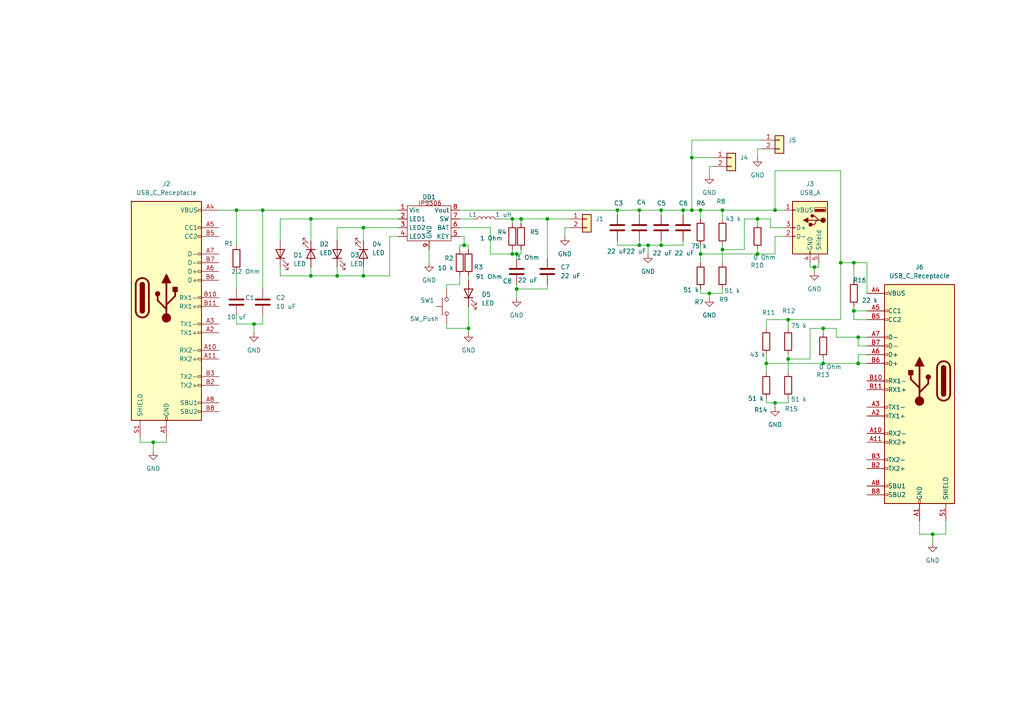
<source format=kicad_sch>
(kicad_sch (version 20231120) (generator "eeschema") (generator_version "8.0")
  (paper "A4")
  (lib_symbols
    (symbol "Club_symbol_lib:IP5306"
      (property "Reference" "DD" (at -2.032 7.62 0))
      (symbol "IP5306_0_1"
        (rectangle (start -6.35 5.08) (end 6.35 -5.08))
      )
      (symbol "IP5306_1_1"
        (text "IP5306" (at 0.254 5.842 0) (effects (font (size 1.27 1.27))))
        (pin power_in line (at -8.89 3.81 0) (length 2.54) (name "Vin") (number "1"))
        (pin output line (at -8.89 1.27 0) (length 2.54) (name "LED1") (number "2"))
        (pin output line (at -8.89 -1.27 0) (length 2.54) (name "LED2") (number "3"))
        (pin output line (at -8.89 -3.81 0) (length 2.54) (name "LED3") (number "4"))
        (pin input line (at 8.89 -3.81 180) (length 2.54) (name "KEY") (number "5"))
        (pin power_out line (at 8.89 -1.27 180) (length 2.54) (name "BAT") (number "6"))
        (pin power_out line (at 8.89 1.27 180) (length 2.54) (name "SW") (number "7"))
        (pin power_out line (at 8.89 3.81 180) (length 2.54) (name "Vout") (number "8"))
        (pin power_in line (at 0 -7.62 90) (length 2.54) (name "GND") (number "9"))
      )
    )
    (symbol "Connector:USB_A" (pin_names (offset 1.016))
      (property "Reference" "J" (at -5.08 11.43 0))
      (property "Value" "USB_A" (at -5.08 8.89 0))
      (symbol "USB_A_0_1"
        (rectangle (start -5.08 -7.62) (end 5.08 7.62) (stroke (width 0.254)) (fill (type background)))
        (circle (center -3.81 2.159) (radius 0.635) (stroke (width 0.254)) (fill (type outline)))
        (rectangle (start -1.524 4.826) (end -4.318 5.334) (fill (type outline)))
        (rectangle (start -1.27 4.572) (end -4.572 5.842))
        (circle (center -0.635 3.429) (radius 0.381) (stroke (width 0.254)) (fill (type outline)))
        (rectangle (start -0.127 -7.62) (end 0.127 -6.858))
        (polyline (pts (xy -3.175 2.159) (xy -2.54 2.159) (xy -1.27 3.429) (xy -0.635 3.429)) (stroke (width 0.254)))
        (polyline (pts (xy -2.54 2.159) (xy -1.905 2.159) (xy -1.27 0.889) (xy 0 0.889)) (stroke (width 0.254)))
        (polyline (pts (xy 0.635 2.794) (xy 0.635 1.524) (xy 1.905 2.159) (xy 0.635 2.794)) (stroke (width 0.254)) (fill (type outline)))
        (rectangle (start 0.254 1.27) (end -0.508 0.508) (stroke (width 0.254)) (fill (type outline)))
        (rectangle (start 5.08 -2.667) (end 4.318 -2.413))
        (rectangle (start 5.08 -0.127) (end 4.318 0.127))
        (rectangle (start 5.08 4.953) (end 4.318 5.207))
      )
      (symbol "USB_A_1_1"
        (polyline (pts (xy -1.905 2.159) (xy 0.635 2.159)) (stroke (width 0.254)))
        (pin power_in line (at 7.62 5.08 180) (length 2.54) (name "VBUS") (number "1"))
        (pin bidirectional line (at 7.62 -2.54 180) (length 2.54) (name "D-") (number "2"))
        (pin bidirectional line (at 7.62 0 180) (length 2.54) (name "D+") (number "3"))
        (pin power_in line (at 0 -10.16 90) (length 2.54) (name "GND") (number "4"))
        (pin passive line (at -2.54 -10.16 90) (length 2.54) (name "Shield") (number "5"))
      )
    )
    (symbol "Connector:USB_C_Receptacle" (pin_names (offset 1.016))
      (property "Reference" "J" (at -10.16 29.21 0))
      (property "Value" "USB_C_Receptacle" (at 10.16 29.21 0))
      (symbol "USB_C_Receptacle_0_0"
        (rectangle (start -0.254 -35.56) (end 0.254 -34.544))
        (rectangle (start 10.16 -32.766) (end 9.144 -33.274))
        (rectangle (start 10.16 -30.226) (end 9.144 -30.734))
        (rectangle (start 10.16 -25.146) (end 9.144 -25.654))
        (rectangle (start 10.16 -22.606) (end 9.144 -23.114))
        (rectangle (start 10.16 -17.526) (end 9.144 -18.034))
        (rectangle (start 10.16 -14.986) (end 9.144 -15.494))
        (rectangle (start 10.16 -9.906) (end 9.144 -10.414))
        (rectangle (start 10.16 -7.366) (end 9.144 -7.874))
        (rectangle (start 10.16 -2.286) (end 9.144 -2.794))
        (rectangle (start 10.16 0.254) (end 9.144 -0.254))
        (rectangle (start 10.16 5.334) (end 9.144 4.826))
        (rectangle (start 10.16 7.874) (end 9.144 7.366))
        (rectangle (start 10.16 10.414) (end 9.144 9.906))
        (rectangle (start 10.16 12.954) (end 9.144 12.446))
        (rectangle (start 10.16 18.034) (end 9.144 17.526))
        (rectangle (start 10.16 20.574) (end 9.144 20.066))
        (rectangle (start 10.16 25.654) (end 9.144 25.146))
      )
      (symbol "USB_C_Receptacle_0_1"
        (rectangle (start -10.16 27.94) (end 10.16 -35.56) (stroke (width 0.254)) (fill (type background)))
        (arc (start -8.89 -3.81) (mid -6.985 -5.7067) (end -5.08 -3.81) (stroke (width 0.508)))
        (arc (start -7.62 -3.81) (mid -6.985 -4.4423) (end -6.35 -3.81) (stroke (width 0.254)))
        (arc (start -7.62 -3.81) (mid -6.985 -4.4423) (end -6.35 -3.81) (stroke (width 0.254)) (fill (type outline)))
        (rectangle (start -7.62 -3.81) (end -6.35 3.81) (stroke (width 0.254)) (fill (type outline)))
        (arc (start -6.35 3.81) (mid -6.985 4.4423) (end -7.62 3.81) (stroke (width 0.254)))
        (arc (start -6.35 3.81) (mid -6.985 4.4423) (end -7.62 3.81) (stroke (width 0.254)) (fill (type outline)))
        (arc (start -5.08 3.81) (mid -6.985 5.7067) (end -8.89 3.81) (stroke (width 0.508)))
        (polyline (pts (xy -8.89 -3.81) (xy -8.89 3.81)) (stroke (width 0.508)))
        (polyline (pts (xy -5.08 3.81) (xy -5.08 -3.81)) (stroke (width 0.508)))
      )
      (symbol "USB_C_Receptacle_1_1"
        (circle (center -2.54 1.143) (radius 0.635) (stroke (width 0.254)) (fill (type outline)))
        (circle (center 0 -5.842) (radius 1.27) (fill (type outline)))
        (polyline (pts (xy 0 -5.842) (xy 0 4.318)) (stroke (width 0.508)))
        (polyline (pts (xy 0 -3.302) (xy -2.54 -0.762) (xy -2.54 0.508)) (stroke (width 0.508)))
        (polyline (pts (xy 0 -2.032) (xy 2.54 0.508) (xy 2.54 1.778)) (stroke (width 0.508)))
        (polyline (pts (xy -1.27 4.318) (xy 0 6.858) (xy 1.27 4.318) (xy -1.27 4.318)) (stroke (width 0.254)) (fill (type outline)))
        (rectangle (start 1.905 1.778) (end 3.175 3.048) (stroke (width 0.254)) (fill (type outline)))
        (pin passive line (at 0 -40.64 90) (length 5.08) (name "GND") (number "A1"))
        (pin bidirectional line (at 15.24 -15.24 180) (length 5.08) (name "RX2-") (number "A10"))
        (pin bidirectional line (at 15.24 -17.78 180) (length 5.08) (name "RX2+") (number "A11"))
        (pin passive line (at 0 -40.64 90) (length 5.08) hide (name "GND") (number "A12"))
        (pin bidirectional line (at 15.24 -10.16 180) (length 5.08) (name "TX1+") (number "A2"))
        (pin bidirectional line (at 15.24 -7.62 180) (length 5.08) (name "TX1-") (number "A3"))
        (pin passive line (at 15.24 25.4 180) (length 5.08) (name "VBUS") (number "A4"))
        (pin bidirectional line (at 15.24 20.32 180) (length 5.08) (name "CC1") (number "A5"))
        (pin bidirectional line (at 15.24 7.62 180) (length 5.08) (name "D+") (number "A6"))
        (pin bidirectional line (at 15.24 12.7 180) (length 5.08) (name "D-") (number "A7"))
        (pin bidirectional line (at 15.24 -30.48 180) (length 5.08) (name "SBU1") (number "A8"))
        (pin passive line (at 15.24 25.4 180) (length 5.08) hide (name "VBUS") (number "A9"))
        (pin passive line (at 0 -40.64 90) (length 5.08) hide (name "GND") (number "B1"))
        (pin bidirectional line (at 15.24 0 180) (length 5.08) (name "RX1-") (number "B10"))
        (pin bidirectional line (at 15.24 -2.54 180) (length 5.08) (name "RX1+") (number "B11"))
        (pin passive line (at 0 -40.64 90) (length 5.08) hide (name "GND") (number "B12"))
        (pin bidirectional line (at 15.24 -25.4 180) (length 5.08) (name "TX2+") (number "B2"))
        (pin bidirectional line (at 15.24 -22.86 180) (length 5.08) (name "TX2-") (number "B3"))
        (pin passive line (at 15.24 25.4 180) (length 5.08) hide (name "VBUS") (number "B4"))
        (pin bidirectional line (at 15.24 17.78 180) (length 5.08) (name "CC2") (number "B5"))
        (pin bidirectional line (at 15.24 5.08 180) (length 5.08) (name "D+") (number "B6"))
        (pin bidirectional line (at 15.24 10.16 180) (length 5.08) (name "D-") (number "B7"))
        (pin bidirectional line (at 15.24 -33.02 180) (length 5.08) (name "SBU2") (number "B8"))
        (pin passive line (at 15.24 25.4 180) (length 5.08) hide (name "VBUS") (number "B9"))
        (pin passive line (at -7.62 -40.64 90) (length 5.08) (name "SHIELD") (number "S1"))
      )
    )
    (symbol "Connector_Generic:Conn_01x02" (pin_names (offset 1.016) hide)
      (property "Reference" "J" (at 0 2.54 0))
      (property "Value" "Conn_01x02" (at 0 -5.08 0))
      (symbol "Conn_01x02_1_1"
        (rectangle (start -1.27 -2.413) (end 0 -2.667) (stroke (width 0.1524)))
        (rectangle (start -1.27 0.127) (end 0 -0.127) (stroke (width 0.1524)))
        (rectangle (start -1.27 1.27) (end 1.27 -3.81) (stroke (width 0.254)) (fill (type background)))
        (pin passive line (at -5.08 0 0) (length 3.81) (name "Pin_1") (number "1"))
        (pin passive line (at -5.08 -2.54 0) (length 3.81) (name "Pin_2") (number "2"))
      )
    )
    (symbol "Device:C" (pin_numbers hide) (pin_names (offset 0.254))
      (property "Reference" "C" (at 0.635 2.54 0))
      (property "Value" "C" (at 0.635 -2.54 0))
      (symbol "C_0_1"
        (polyline (pts (xy -2.032 -0.762) (xy 2.032 -0.762)) (stroke (width 0.508)))
        (polyline (pts (xy -2.032 0.762) (xy 2.032 0.762)) (stroke (width 0.508)))
      )
      (symbol "C_1_1"
        (pin passive line (at 0 3.81 270) (length 2.794) (name "~") (number "1"))
        (pin passive line (at 0 -3.81 90) (length 2.794) (name "~") (number "2"))
      )
    )
    (symbol "Device:L" (pin_numbers hide) (pin_names (offset 1.016) hide)
      (property "Reference" "L" (at -1.27 0 90))
      (property "Value" "L" (at 1.905 0 90))
      (symbol "L_0_1"
        (arc (start 0 -2.54) (mid 0.6323 -1.905) (end 0 -1.27))
        (arc (start 0 -1.27) (mid 0.6323 -0.635) (end 0 0))
        (arc (start 0 0) (mid 0.6323 0.635) (end 0 1.27))
        (arc (start 0 1.27) (mid 0.6323 1.905) (end 0 2.54))
      )
      (symbol "L_1_1"
        (pin passive line (at 0 3.81 270) (length 1.27) (name "1") (number "1"))
        (pin passive line (at 0 -3.81 90) (length 1.27) (name "2") (number "2"))
      )
    )
    (symbol "Device:LED" (pin_numbers hide) (pin_names (offset 1.016) hide)
      (property "Reference" "D" (at 0 2.54 0))
      (property "Value" "LED" (at 0 -2.54 0))
      (symbol "LED_0_1"
        (polyline (pts (xy -1.27 -1.27) (xy -1.27 1.27)) (stroke (width 0.254)))
        (polyline (pts (xy -1.27 0) (xy 1.27 0)))
        (polyline (pts (xy 1.27 -1.27) (xy 1.27 1.27) (xy -1.27 0) (xy 1.27 -1.27)) (stroke (width 0.254)))
        (polyline (pts (xy -3.048 -0.762) (xy -4.572 -2.286) (xy -3.81 -2.286) (xy -4.572 -2.286) (xy -4.572 -1.524)))
        (polyline (pts (xy -1.778 -0.762) (xy -3.302 -2.286) (xy -2.54 -2.286) (xy -3.302 -2.286) (xy -3.302 -1.524)))
      )
      (symbol "LED_1_1"
        (pin passive line (at -3.81 0 0) (length 2.54) (name "K") (number "1"))
        (pin passive line (at 3.81 0 180) (length 2.54) (name "A") (number "2"))
      )
    )
    (symbol "Device:R" (pin_numbers hide) (pin_names (offset 0))
      (property "Reference" "R" (at 2.032 0 90))
      (property "Value" "R" (at 0 0 90))
      (symbol "R_0_1"
        (rectangle (start -1.016 -2.54) (end 1.016 2.54) (stroke (width 0.254)))
      )
      (symbol "R_1_1"
        (pin passive line (at 0 3.81 270) (length 1.27) (name "~") (number "1"))
        (pin passive line (at 0 -3.81 90) (length 1.27) (name "~") (number "2"))
      )
    )
    (symbol "Switch:SW_Push" (pin_numbers hide) (pin_names (offset 1.016) hide)
      (property "Reference" "SW" (at 1.27 2.54 0))
      (property "Value" "SW_Push" (at 0 -1.524 0))
      (symbol "SW_Push_0_1"
        (circle (center -2.032 0) (radius 0.508))
        (polyline (pts (xy 0 1.27) (xy 0 3.048)))
        (polyline (pts (xy 2.54 1.27) (xy -2.54 1.27)))
        (circle (center 2.032 0) (radius 0.508))
        (pin passive line (at -5.08 0 0) (length 2.54) (name "1") (number "1"))
        (pin passive line (at 5.08 0 180) (length 2.54) (name "2") (number "2"))
      )
    )
    (symbol "power:GND" (power) (pin_numbers hide) (pin_names (offset 0) hide)
      (property "Value" "GND" (at 0 -3.81 0))
      (symbol "GND_0_1"
        (polyline (pts (xy 0 0) (xy 0 -1.27) (xy 1.27 -1.27) (xy 0 -2.54) (xy -1.27 -1.27) (xy 0 -1.27)))
      )
      (symbol "GND_1_1"
        (pin power_in line (at 0 0 270) (length 0) (name "~") (number "1"))
      )
    )
  )
  (junction (at 209.55 60.96))
  (junction (at 228.6 104.14))
  (junction (at 219.71 63.5))
  (junction (at 203.2 60.96))
  (junction (at 179.07 60.96))
  (junction (at 68.58 60.96))
  (junction (at 191.77 60.96))
  (junction (at 228.6 92.71))
  (junction (at 134.62 71.12))
  (junction (at 148.59 63.5))
  (junction (at 236.22 77.47))
  (junction (at 247.65 76.2))
  (junction (at 149.86 73.66))
  (junction (at 224.79 116.84))
  (junction (at 97.79 80.01))
  (junction (at 148.59 73.66))
  (junction (at 76.2 60.96))
  (junction (at 198.12 60.96))
  (junction (at 185.42 71.12))
  (junction (at 247.65 90.17))
  (junction (at 73.66 93.98))
  (junction (at 270.51 154.94))
  (junction (at 200.66 60.96))
  (junction (at 90.17 63.5))
  (junction (at 90.17 80.01))
  (junction (at 222.25 105.41))
  (junction (at 187.96 71.12))
  (junction (at 238.76 105.41))
  (junction (at 205.74 85.09))
  (junction (at 238.76 95.25))
  (junction (at 203.2 73.66))
  (junction (at 219.71 73.66))
  (junction (at 248.92 97.79))
  (junction (at 158.75 63.5))
  (junction (at 209.55 72.39))
  (junction (at 149.86 83.82))
  (junction (at 44.45 128.27))
  (junction (at 185.42 60.96))
  (junction (at 135.89 95.25))
  (junction (at 151.13 63.5))
  (junction (at 105.41 80.01))
  (junction (at 248.92 105.41))
  (junction (at 191.77 71.12))
  (junction (at 224.79 60.96))
  (junction (at 105.41 66.04))
  (junction (at 243.84 76.2))
  (junction (at 200.66 45.72))
  (wire (pts (xy 243.84 76.2) (xy 243.84 92.71)))
  (wire (pts (xy 205.74 85.09) (xy 203.2 85.09)))
  (wire (pts (xy 40.64 127) (xy 40.64 128.27)))
  (wire (pts (xy 151.13 72.39) (xy 151.13 73.66)))
  (wire (pts (xy 243.84 49.53) (xy 224.79 49.53)))
  (wire (pts (xy 81.28 80.01) (xy 90.17 80.01)))
  (wire (pts (xy 115.57 60.96) (xy 76.2 60.96)))
  (wire (pts (xy 251.46 97.79) (xy 248.92 97.79)))
  (wire (pts (xy 223.52 63.5) (xy 219.71 63.5)))
  (wire (pts (xy 179.07 69.85) (xy 179.07 71.12)))
  (wire (pts (xy 68.58 60.96) (xy 76.2 60.96)))
  (wire (pts (xy 191.77 71.12) (xy 198.12 71.12)))
  (wire (pts (xy 243.84 92.71) (xy 228.6 92.71)))
  (wire (pts (xy 215.9 63.5) (xy 219.71 63.5)))
  (wire (pts (xy 222.25 105.41) (xy 238.76 105.41)))
  (wire (pts (xy 242.57 97.79) (xy 242.57 95.25)))
  (wire (pts (xy 185.42 60.96) (xy 185.42 62.23)))
  (wire (pts (xy 81.28 63.5) (xy 81.28 69.85)))
  (wire (pts (xy 151.13 63.5) (xy 151.13 64.77)))
  (wire (pts (xy 44.45 128.27) (xy 48.26 128.27)))
  (wire (pts (xy 222.25 92.71) (xy 222.25 95.25)))
  (wire (pts (xy 266.7 154.94) (xy 270.51 154.94)))
  (wire (pts (xy 236.22 77.47) (xy 237.49 77.47)))
  (wire (pts (xy 105.41 66.04) (xy 105.41 69.85)))
  (wire (pts (xy 247.65 76.2) (xy 251.46 76.2)))
  (wire (pts (xy 242.57 95.25) (xy 238.76 95.25)))
  (wire (pts (xy 115.57 63.5) (xy 90.17 63.5)))
  (wire (pts (xy 219.71 72.39) (xy 219.71 73.66)))
  (wire (pts (xy 209.55 72.39) (xy 209.55 76.2)))
  (wire (pts (xy 76.2 83.82) (xy 76.2 60.96)))
  (wire (pts (xy 205.74 85.09) (xy 209.55 85.09)))
  (wire (pts (xy 90.17 63.5) (xy 81.28 63.5)))
  (wire (pts (xy 187.96 71.12) (xy 191.77 71.12)))
  (wire (pts (xy 203.2 60.96) (xy 203.2 63.5)))
  (wire (pts (xy 129.54 83.82) (xy 129.54 82.55)))
  (wire (pts (xy 68.58 78.74) (xy 68.58 83.82)))
  (wire (pts (xy 148.59 64.77) (xy 148.59 63.5)))
  (wire (pts (xy 179.07 71.12) (xy 185.42 71.12)))
  (wire (pts (xy 203.2 73.66) (xy 203.2 76.2)))
  (wire (pts (xy 203.2 71.12) (xy 203.2 73.66)))
  (wire (pts (xy 200.66 45.72) (xy 207.01 45.72)))
  (wire (pts (xy 185.42 60.96) (xy 191.77 60.96)))
  (wire (pts (xy 144.78 63.5) (xy 148.59 63.5)))
  (wire (pts (xy 224.79 60.96) (xy 209.55 60.96)))
  (wire (pts (xy 200.66 60.96) (xy 203.2 60.96)))
  (wire (pts (xy 149.86 83.82) (xy 149.86 86.36)))
  (wire (pts (xy 158.75 74.93) (xy 158.75 63.5)))
  (wire (pts (xy 205.74 48.26) (xy 205.74 50.8)))
  (wire (pts (xy 209.55 60.96) (xy 203.2 60.96)))
  (wire (pts (xy 205.74 86.36) (xy 205.74 85.09)))
  (wire (pts (xy 251.46 76.2) (xy 251.46 85.09)))
  (wire (pts (xy 248.92 102.87) (xy 248.92 105.41)))
  (wire (pts (xy 187.96 71.12) (xy 187.96 73.66)))
  (wire (pts (xy 133.35 66.04) (xy 142.24 66.04)))
  (wire (pts (xy 73.66 93.98) (xy 76.2 93.98)))
  (wire (pts (xy 251.46 102.87) (xy 248.92 102.87)))
  (wire (pts (xy 134.62 71.12) (xy 135.89 71.12)))
  (wire (pts (xy 198.12 60.96) (xy 198.12 62.23)))
  (wire (pts (xy 248.92 100.33) (xy 251.46 100.33)))
  (wire (pts (xy 215.9 72.39) (xy 215.9 63.5)))
  (wire (pts (xy 270.51 154.94) (xy 270.51 157.48)))
  (wire (pts (xy 105.41 66.04) (xy 115.57 66.04)))
  (wire (pts (xy 124.46 72.39) (xy 124.46 76.2)))
  (wire (pts (xy 81.28 77.47) (xy 81.28 80.01)))
  (wire (pts (xy 97.79 77.47) (xy 97.79 80.01)))
  (wire (pts (xy 135.89 95.25) (xy 135.89 96.52)))
  (wire (pts (xy 247.65 92.71) (xy 251.46 92.71)))
  (wire (pts (xy 68.58 60.96) (xy 68.58 71.12)))
  (wire (pts (xy 227.33 66.04) (xy 223.52 66.04)))
  (wire (pts (xy 237.49 76.2) (xy 237.49 77.47)))
  (wire (pts (xy 242.57 97.79) (xy 248.92 97.79)))
  (wire (pts (xy 185.42 69.85) (xy 185.42 71.12)))
  (wire (pts (xy 234.95 104.14) (xy 234.95 95.25)))
  (wire (pts (xy 191.77 60.96) (xy 191.77 62.23)))
  (wire (pts (xy 148.59 63.5) (xy 151.13 63.5)))
  (wire (pts (xy 222.25 105.41) (xy 222.25 107.95)))
  (wire (pts (xy 90.17 77.47) (xy 90.17 80.01)))
  (wire (pts (xy 234.95 76.2) (xy 234.95 77.47)))
  (wire (pts (xy 224.79 49.53) (xy 224.79 60.96)))
  (wire (pts (xy 203.2 85.09) (xy 203.2 83.82)))
  (wire (pts (xy 48.26 127) (xy 48.26 128.27)))
  (wire (pts (xy 274.32 154.94) (xy 270.51 154.94)))
  (wire (pts (xy 200.66 40.64) (xy 200.66 45.72)))
  (wire (pts (xy 198.12 71.12) (xy 198.12 69.85)))
  (wire (pts (xy 274.32 151.13) (xy 274.32 154.94)))
  (wire (pts (xy 224.79 116.84) (xy 222.25 116.84)))
  (wire (pts (xy 220.98 43.18) (xy 219.71 43.18)))
  (wire (pts (xy 203.2 73.66) (xy 219.71 73.66)))
  (wire (pts (xy 97.79 69.85) (xy 97.79 66.04)))
  (wire (pts (xy 149.86 83.82) (xy 158.75 83.82)))
  (wire (pts (xy 222.25 102.87) (xy 222.25 105.41)))
  (wire (pts (xy 209.55 60.96) (xy 209.55 63.5)))
  (wire (pts (xy 179.07 60.96) (xy 179.07 62.23)))
  (wire (pts (xy 228.6 92.71) (xy 222.25 92.71)))
  (wire (pts (xy 135.89 80.01) (xy 135.89 81.28)))
  (wire (pts (xy 228.6 104.14) (xy 228.6 107.95)))
  (wire (pts (xy 163.83 66.04) (xy 163.83 68.58)))
  (wire (pts (xy 73.66 93.98) (xy 68.58 93.98)))
  (wire (pts (xy 133.35 72.39) (xy 133.35 71.12)))
  (wire (pts (xy 236.22 77.47) (xy 236.22 78.74)))
  (wire (pts (xy 68.58 91.44) (xy 68.58 93.98)))
  (wire (pts (xy 105.41 80.01) (xy 113.03 80.01)))
  (wire (pts (xy 247.65 90.17) (xy 247.65 92.71)))
  (wire (pts (xy 40.64 128.27) (xy 44.45 128.27)))
  (wire (pts (xy 149.86 82.55) (xy 149.86 83.82)))
  (wire (pts (xy 191.77 69.85) (xy 191.77 71.12)))
  (wire (pts (xy 44.45 128.27) (xy 44.45 130.81)))
  (wire (pts (xy 76.2 91.44) (xy 76.2 93.98)))
  (wire (pts (xy 97.79 66.04) (xy 105.41 66.04)))
  (wire (pts (xy 200.66 40.64) (xy 220.98 40.64)))
  (wire (pts (xy 129.54 95.25) (xy 135.89 95.25)))
  (wire (pts (xy 224.79 116.84) (xy 228.6 116.84)))
  (wire (pts (xy 158.75 63.5) (xy 165.1 63.5)))
  (wire (pts (xy 207.01 48.26) (xy 205.74 48.26)))
  (wire (pts (xy 133.35 60.96) (xy 179.07 60.96)))
  (wire (pts (xy 105.41 77.47) (xy 105.41 80.01)))
  (wire (pts (xy 209.55 83.82) (xy 209.55 85.09)))
  (wire (pts (xy 142.24 66.04) (xy 142.24 73.66)))
  (wire (pts (xy 243.84 76.2) (xy 243.84 49.53)))
  (wire (pts (xy 248.92 105.41) (xy 251.46 105.41)))
  (wire (pts (xy 129.54 93.98) (xy 129.54 95.25)))
  (wire (pts (xy 223.52 66.04) (xy 223.52 63.5)))
  (wire (pts (xy 135.89 88.9) (xy 135.89 95.25)))
  (wire (pts (xy 234.95 77.47) (xy 236.22 77.47)))
  (wire (pts (xy 133.35 68.58) (xy 134.62 68.58)))
  (wire (pts (xy 228.6 115.57) (xy 228.6 116.84)))
  (wire (pts (xy 113.03 68.58) (xy 115.57 68.58)))
  (wire (pts (xy 219.71 43.18) (xy 219.71 45.72)))
  (wire (pts (xy 179.07 60.96) (xy 185.42 60.96)))
  (wire (pts (xy 158.75 63.5) (xy 151.13 63.5)))
  (wire (pts (xy 247.65 81.28) (xy 247.65 76.2)))
  (wire (pts (xy 209.55 72.39) (xy 215.9 72.39)))
  (wire (pts (xy 209.55 71.12) (xy 209.55 72.39)))
  (wire (pts (xy 149.86 74.93) (xy 149.86 73.66)))
  (wire (pts (xy 228.6 104.14) (xy 234.95 104.14)))
  (wire (pts (xy 238.76 105.41) (xy 248.92 105.41)))
  (wire (pts (xy 191.77 60.96) (xy 198.12 60.96)))
  (wire (pts (xy 185.42 71.12) (xy 187.96 71.12)))
  (wire (pts (xy 142.24 73.66) (xy 148.59 73.66)))
  (wire (pts (xy 238.76 95.25) (xy 238.76 96.52)))
  (wire (pts (xy 133.35 63.5) (xy 137.16 63.5)))
  (wire (pts (xy 129.54 82.55) (xy 133.35 82.55)))
  (wire (pts (xy 198.12 60.96) (xy 200.66 60.96)))
  (wire (pts (xy 73.66 93.98) (xy 73.66 96.52)))
  (wire (pts (xy 134.62 68.58) (xy 134.62 71.12)))
  (wire (pts (xy 224.79 118.11) (xy 224.79 116.84)))
  (wire (pts (xy 234.95 95.25) (xy 238.76 95.25)))
  (wire (pts (xy 90.17 80.01) (xy 97.79 80.01)))
  (wire (pts (xy 266.7 151.13) (xy 266.7 154.94)))
  (wire (pts (xy 227.33 68.58) (xy 224.79 68.58)))
  (wire (pts (xy 133.35 82.55) (xy 133.35 80.01)))
  (wire (pts (xy 227.33 60.96) (xy 224.79 60.96)))
  (wire (pts (xy 224.79 73.66) (xy 219.71 73.66)))
  (wire (pts (xy 247.65 90.17) (xy 251.46 90.17)))
  (wire (pts (xy 200.66 45.72) (xy 200.66 60.96)))
  (wire (pts (xy 148.59 72.39) (xy 148.59 73.66)))
  (wire (pts (xy 148.59 73.66) (xy 149.86 73.66)))
  (wire (pts (xy 165.1 66.04) (xy 163.83 66.04)))
  (wire (pts (xy 113.03 80.01) (xy 113.03 68.58)))
  (wire (pts (xy 97.79 80.01) (xy 105.41 80.01)))
  (wire (pts (xy 158.75 82.55) (xy 158.75 83.82)))
  (wire (pts (xy 228.6 102.87) (xy 228.6 104.14)))
  (wire (pts (xy 243.84 76.2) (xy 247.65 76.2)))
  (wire (pts (xy 247.65 88.9) (xy 247.65 90.17)))
  (wire (pts (xy 219.71 63.5) (xy 219.71 64.77)))
  (wire (pts (xy 222.25 116.84) (xy 222.25 115.57)))
  (wire (pts (xy 248.92 97.79) (xy 248.92 100.33)))
  (wire (pts (xy 133.35 71.12) (xy 134.62 71.12)))
  (wire (pts (xy 228.6 92.71) (xy 228.6 95.25)))
  (wire (pts (xy 149.86 73.66) (xy 151.13 73.66)))
  (wire (pts (xy 63.5 60.96) (xy 68.58 60.96)))
  (wire (pts (xy 238.76 104.14) (xy 238.76 105.41)))
  (wire (pts (xy 135.89 71.12) (xy 135.89 72.39)))
  (wire (pts (xy 224.79 68.58) (xy 224.79 73.66)))
  (wire (pts (xy 90.17 63.5) (xy 90.17 69.85)))
  (symbol (lib_id "power:GND") (at 163.83 68.58 0) (unit 1)
    (property "Reference" "#PWR05" (effects (hide yes)))
    (property "Value" "GND" (at 163.83 73.66 0))
    (property "Description" "Power symbol creates a global label with name \"GND\" , ground" (effects (hide yes)))
  )
  (symbol (lib_id "Device:R") (at 209.55 80.01 0) (unit 1)
    (property "Reference" "R9" (at 208.534 86.868 0) (effects (justify left)))
    (property "Value" "51 k" (at 210.058 84.328 0) (effects (justify left)))
    (property "Footprint" "Resistor_SMD:R_0603_1608Metric_Pad0.98x0.95mm_HandSolder" (effects (hide yes)))
    (property "Description" "Resistor" (effects (hide yes)))
  )
  (symbol (lib_id "power:GND") (at 73.66 96.52 0) (unit 1)
    (property "Reference" "#PWR02" (effects (hide yes)))
    (property "Value" "GND" (at 73.66 101.6 0))
    (property "Description" "Power symbol creates a global label with name \"GND\" , ground" (effects (hide yes)))
  )
  (symbol (lib_id "Device:C") (at 191.77 66.04 0) (unit 1)
    (property "Reference" "C5" (at 190.5 58.928 0) (effects (justify left)))
    (property "Value" "22 uF" (at 189.23 73.406 0) (effects (justify left)))
    (property "Footprint" "Capacitor_SMD:C_1206_3216Metric_Pad1.33x1.80mm_HandSolder" (effects (hide yes)))
    (property "Description" "Unpolarized capacitor" (effects (hide yes)))
  )
  (symbol (lib_id "power:GND") (at 187.96 73.66 0) (unit 1)
    (property "Reference" "#PWR09" (effects (hide yes)))
    (property "Value" "GND" (at 187.96 78.74 0))
    (property "Description" "Power symbol creates a global label with name \"GND\" , ground" (effects (hide yes)))
  )
  (symbol (lib_id "power:GND") (at 124.46 76.2 0) (unit 1)
    (property "Reference" "#PWR01" (effects (hide yes)))
    (property "Value" "GND" (at 124.46 81.28 0))
    (property "Description" "Power symbol creates a global label with name \"GND\" , ground" (effects (hide yes)))
  )
  (symbol (lib_id "Switch:SW_Push") (at 129.54 88.9 90) (unit 1)
    (property "Reference" "SW1" (at 121.92 87.122 90) (effects (justify right)))
    (property "Value" "SW_Push" (at 118.872 92.456 90) (effects (justify right)))
    (property "Footprint" "Button_Switch_THT:SW_PUSH_6mm_H13mm" (effects (hide yes)))
    (property "Description" "Push button switch, generic, two pins" (effects (hide yes)))
  )
  (symbol (lib_id "Device:R") (at 247.65 85.09 0) (unit 1)
    (property "Reference" "R16" (at 247.396 81.28 0) (effects (justify left)))
    (property "Value" "22 k" (at 249.936 87.122 0) (effects (justify left)))
    (property "Footprint" "Resistor_SMD:R_0603_1608Metric_Pad0.98x0.95mm_HandSolder" (effects (hide yes)))
    (property "Description" "Resistor" (effects (hide yes)))
  )
  (symbol (lib_id "Device:R") (at 203.2 67.31 0) (unit 1)
    (property "Reference" "R6" (at 201.93 58.928 0) (effects (justify left)))
    (property "Value" "75 k" (at 200.406 71.374 0) (effects (justify left)))
    (property "Footprint" "Resistor_SMD:R_0603_1608Metric_Pad0.98x0.95mm_HandSolder" (effects (hide yes)))
    (property "Description" "Resistor" (effects (hide yes)))
  )
  (symbol (lib_id "Device:R") (at 219.71 68.58 0) (unit 1)
    (property "Reference" "R10" (at 217.678 76.962 0) (effects (justify left)))
    (property "Value" "0 Ohm" (at 218.44 74.676 0) (effects (justify left)))
    (property "Footprint" "Resistor_SMD:R_0603_1608Metric_Pad0.98x0.95mm_HandSolder" (effects (hide yes)))
    (property "Description" "Resistor" (effects (hide yes)))
  )
  (symbol (lib_id "Device:R") (at 209.55 67.31 0) (unit 1)
    (property "Reference" "R8" (at 207.772 58.42 0) (effects (justify left)))
    (property "Value" "43 k" (at 210.312 63.5 0) (effects (justify left)))
    (property "Footprint" "Resistor_SMD:R_0603_1608Metric_Pad0.98x0.95mm_HandSolder" (effects (hide yes)))
    (property "Description" "Resistor" (effects (hide yes)))
  )
  (symbol (lib_id "Device:LED") (at 105.41 73.66 270) (unit 1)
    (property "Reference" "D4" (at 107.95 70.8024 90) (effects (justify left)))
    (property "Value" "LED" (at 107.95 73.3424 90) (effects (justify left)))
    (property "Footprint" "LED_SMD:LED_0603_1608Metric_Pad1.05x0.95mm_HandSolder" (effects (hide yes)))
    (property "Description" "Light emitting diode" (effects (hide yes)))
  )
  (symbol (lib_id "Device:C") (at 179.07 66.04 0) (unit 1)
    (property "Reference" "C3" (at 178.054 58.928 0) (effects (justify left)))
    (property "Value" "22 uF" (at 176.022 72.898 0) (effects (justify left)))
    (property "Footprint" "Capacitor_SMD:C_1206_3216Metric_Pad1.33x1.80mm_HandSolder" (effects (hide yes)))
    (property "Description" "Unpolarized capacitor" (effects (hide yes)))
  )
  (symbol (lib_id "Device:C") (at 76.2 87.63 0) (unit 1)
    (property "Reference" "C2" (at 80.01 86.3599 0) (effects (justify left)))
    (property "Value" "10 uF" (at 80.01 88.8999 0) (effects (justify left)))
    (property "Footprint" "Capacitor_SMD:C_1206_3216Metric_Pad1.33x1.80mm_HandSolder" (effects (hide yes)))
    (property "Description" "Unpolarized capacitor" (effects (hide yes)))
  )
  (symbol (lib_id "power:GND") (at 270.51 157.48 0) (mirror y) (unit 1)
    (property "Reference" "#PWR012" (effects (hide yes)))
    (property "Value" "GND" (at 270.51 162.56 0))
    (property "Description" "Power symbol creates a global label with name \"GND\" , ground" (effects (hide yes)))
  )
  (symbol (lib_id "Connector:USB_C_Receptacle") (at 48.26 86.36 0) (unit 1)
    (property "Reference" "J2" (at 48.26 53.34 0))
    (property "Value" "USB_C_Receptacle" (at 48.26 55.88 0))
    (property "Footprint" "Connector_USB:USB_C_Receptacle_JAE_DX07S024WJ3R400" (effects (hide yes)))
    (property "Datasheet" "https://www.usb.org/sites/default/files/documents/usb_type-c.zip" (effects (hide yes)))
    (property "Description" "USB Full-Featured Type-C Receptacle connector" (effects (hide yes)))
  )
  (symbol (lib_id "Device:R") (at 135.89 76.2 0) (unit 1)
    (property "Reference" "R3" (at 137.414 77.47 0) (effects (justify left)))
    (property "Value" "91 Ohm" (at 137.922 80.264 0) (effects (justify left)))
    (property "Footprint" "Resistor_SMD:R_0603_1608Metric_Pad0.98x0.95mm_HandSolder" (effects (hide yes)))
    (property "Description" "Resistor" (effects (hide yes)))
  )
  (symbol (lib_id "Club_symbol_lib:IP5306") (at 124.46 64.77 0) (unit 1)
    (property "Reference" "DD1" (at 124.46 57.15 0))
    (property "Value" "~" (at 124.46 58.42 0))
    (property "Footprint" "Package_SO:SOIC-8-1EP_3.9x4.9mm_P1.27mm_EP2.95x4.9mm_Mask2.71x3.4mm_ThermalVias" (effects (hide yes)))
  )
  (symbol (lib_id "Device:R") (at 222.25 111.76 0) (unit 1)
    (property "Reference" "R14" (at 218.694 118.872 0) (effects (justify left)))
    (property "Value" "51 k" (at 216.916 115.57 0) (effects (justify left)))
    (property "Footprint" "Resistor_SMD:R_0603_1608Metric_Pad0.98x0.95mm_HandSolder" (effects (hide yes)))
    (property "Description" "Resistor" (effects (hide yes)))
  )
  (symbol (lib_id "Device:R") (at 68.58 74.93 0) (unit 1)
    (property "Reference" "R1" (at 65.024 70.612 0) (effects (justify left)))
    (property "Value" "2.2 Ohm" (at 67.056 78.74 0) (effects (justify left)))
    (property "Footprint" "Resistor_SMD:R_0603_1608Metric_Pad0.98x0.95mm_HandSolder" (effects (hide yes)))
    (property "Description" "Resistor" (effects (hide yes)))
  )
  (symbol (lib_id "Connector_Generic:Conn_01x02") (at 212.09 45.72 0) (unit 1)
    (property "Reference" "J4" (at 214.63 45.7199 0) (effects (justify left)))
    (property "Value" "Conn_01x02" (effects (hide yes)))
    (property "Footprint" "Connector_JST:JST_XH_B2B-XH-A_1x02_P2.50mm_Vertical" (effects (hide yes)))
    (property "Description" "Generic connector, single row, 01x02, script generated (kicad-library-utils/schlib/autogen/connector/)" (effects (hide yes)))
  )
  (symbol (lib_id "power:GND") (at 149.86 86.36 0) (unit 1)
    (property "Reference" "#PWR03" (effects (hide yes)))
    (property "Value" "GND" (at 149.86 91.44 0))
    (property "Description" "Power symbol creates a global label with name \"GND\" , ground" (effects (hide yes)))
  )
  (symbol (lib_id "power:GND") (at 205.74 86.36 0) (unit 1)
    (property "Reference" "#PWR08" (effects (hide yes)))
    (property "Value" "GND" (at 205.74 91.44 0))
    (property "Description" "Power symbol creates a global label with name \"GND\" , ground" (effects (hide yes)))
  )
  (symbol (lib_id "power:GND") (at 205.74 50.8 0) (unit 1)
    (property "Reference" "#PWR010" (effects (hide yes)))
    (property "Value" "GND" (at 205.74 55.88 0))
    (property "Description" "Power symbol creates a global label with name \"GND\" , ground" (effects (hide yes)))
  )
  (symbol (lib_id "Device:R") (at 228.6 111.76 0) (unit 1)
    (property "Reference" "R15" (at 227.584 118.618 0) (effects (justify left)))
    (property "Value" "51 k" (at 229.362 115.824 0) (effects (justify left)))
    (property "Footprint" "Resistor_SMD:R_0603_1608Metric_Pad0.98x0.95mm_HandSolder" (effects (hide yes)))
    (property "Description" "Resistor" (effects (hide yes)))
  )
  (symbol (lib_id "Connector:USB_A") (at 234.95 66.04 0) (mirror y) (unit 1)
    (property "Reference" "J3" (at 234.95 53.34 0))
    (property "Value" "USB_A" (at 234.95 55.88 0))
    (property "Footprint" "Connector_USB:USB_A_CONNFLY_DS1095-WNR0" (effects (hide yes)))
    (property "Description" "USB Type A connector" (effects (hide yes)))
  )
  (symbol (lib_id "Device:C") (at 149.86 78.74 0) (unit 1)
    (property "Reference" "C8" (at 145.796 81.534 0) (effects (justify left)))
    (property "Value" "22 uF" (at 150.114 81.28 0) (effects (justify left)))
    (property "Footprint" "Capacitor_SMD:C_1206_3216Metric_Pad1.33x1.80mm_HandSolder" (effects (hide yes)))
    (property "Description" "Unpolarized capacitor" (effects (hide yes)))
  )
  (symbol (lib_id "Device:LED") (at 97.79 73.66 90) (unit 1)
    (property "Reference" "D3" (at 101.6 73.9774 90) (effects (justify right)))
    (property "Value" "LED" (at 101.6 76.5174 90) (effects (justify right)))
    (property "Footprint" "LED_SMD:LED_0603_1608Metric_Pad1.05x0.95mm_HandSolder" (effects (hide yes)))
    (property "Description" "Light emitting diode" (effects (hide yes)))
  )
  (symbol (lib_id "Connector:USB_C_Receptacle") (at 266.7 110.49 0) (mirror y) (unit 1)
    (property "Reference" "J6" (at 266.7 77.47 0))
    (property "Value" "USB_C_Receptacle" (at 266.7 80.01 0))
    (property "Footprint" "Connector_USB:USB_C_Receptacle_JAE_DX07S024WJ3R400" (effects (hide yes)))
    (property "Datasheet" "https://www.usb.org/sites/default/files/documents/usb_type-c.zip" (effects (hide yes)))
    (property "Description" "USB Full-Featured Type-C Receptacle connector" (effects (hide yes)))
  )
  (symbol (lib_id "Device:L") (at 140.97 63.5 90) (unit 1)
    (property "Reference" "L1" (at 137.16 62.23 90))
    (property "Value" "1 uH" (at 146.05 62.23 90))
    (property "Footprint" "Inductor_SMD:L_6.3x6.3_H3" (effects (hide yes)))
    (property "Description" "CSAB0420-1R0M" (effects (hide yes)))
  )
  (symbol (lib_id "Device:C") (at 198.12 66.04 0) (unit 1)
    (property "Reference" "C6" (at 196.85 58.928 0) (effects (justify left)))
    (property "Value" "22 uF" (at 195.58 73.406 0) (effects (justify left)))
    (property "Footprint" "Capacitor_SMD:C_1206_3216Metric_Pad1.33x1.80mm_HandSolder" (effects (hide yes)))
    (property "Description" "Unpolarized capacitor" (effects (hide yes)))
  )
  (symbol (lib_id "Device:R") (at 228.6 99.06 0) (unit 1)
    (property "Reference" "R12" (at 226.822 90.17 0) (effects (justify left)))
    (property "Value" "75 k" (at 229.362 94.488 0) (effects (justify left)))
    (property "Footprint" "Resistor_SMD:R_0603_1608Metric_Pad0.98x0.95mm_HandSolder" (effects (hide yes)))
    (property "Description" "Resistor" (effects (hide yes)))
  )
  (symbol (lib_id "power:GND") (at 224.79 118.11 0) (unit 1)
    (property "Reference" "#PWR013" (effects (hide yes)))
    (property "Value" "GND" (at 224.79 123.19 0))
    (property "Description" "Power symbol creates a global label with name \"GND\" , ground" (effects (hide yes)))
  )
  (symbol (lib_id "power:GND") (at 219.71 45.72 0) (unit 1)
    (property "Reference" "#PWR011" (effects (hide yes)))
    (property "Value" "GND" (at 219.71 50.8 0))
    (property "Description" "Power symbol creates a global label with name \"GND\" , ground" (effects (hide yes)))
  )
  (symbol (lib_id "Device:LED") (at 90.17 73.66 270) (unit 1)
    (property "Reference" "D2" (at 92.71 70.8024 90) (effects (justify left)))
    (property "Value" "LED" (at 92.71 73.3424 90) (effects (justify left)))
    (property "Footprint" "LED_SMD:LED_0603_1608Metric_Pad1.05x0.95mm_HandSolder" (effects (hide yes)))
    (property "Description" "Light emitting diode" (effects (hide yes)))
  )
  (symbol (lib_id "Device:C") (at 185.42 66.04 0) (unit 1)
    (property "Reference" "C4" (at 184.658 58.674 0) (effects (justify left)))
    (property "Value" "22 uF" (at 181.61 72.898 0) (effects (justify left)))
    (property "Footprint" "Capacitor_SMD:C_1206_3216Metric_Pad1.33x1.80mm_HandSolder" (effects (hide yes)))
    (property "Description" "Unpolarized capacitor" (effects (hide yes)))
  )
  (symbol (lib_id "Device:R") (at 133.35 76.2 0) (mirror y) (unit 1)
    (property "Reference" "R2" (at 131.572 74.93 0) (effects (justify left)))
    (property "Value" "10 k" (at 131.572 77.724 0) (effects (justify left)))
    (property "Footprint" "Resistor_SMD:R_0603_1608Metric_Pad0.98x0.95mm_HandSolder" (effects (hide yes)))
    (property "Description" "Resistor" (effects (hide yes)))
  )
  (symbol (lib_id "Device:LED") (at 135.89 85.09 90) (unit 1)
    (property "Reference" "D5" (at 139.7 85.4074 90) (effects (justify right)))
    (property "Value" "LED" (at 139.7 87.9474 90) (effects (justify right)))
    (property "Footprint" "LED_THT:LED_D5.0mm" (effects (hide yes)))
    (property "Description" "Light emitting diode" (effects (hide yes)))
  )
  (symbol (lib_id "Device:R") (at 222.25 99.06 0) (unit 1)
    (property "Reference" "R11" (at 220.98 90.678 0) (effects (justify left)))
    (property "Value" "43 k" (at 217.424 102.87 0) (effects (justify left)))
    (property "Footprint" "Resistor_SMD:R_0603_1608Metric_Pad0.98x0.95mm_HandSolder" (effects (hide yes)))
    (property "Description" "Resistor" (effects (hide yes)))
  )
  (symbol (lib_id "Device:C") (at 158.75 78.74 0) (unit 1)
    (property "Reference" "C7" (at 162.56 77.4699 0) (effects (justify left)))
    (property "Value" "22 uF" (at 162.56 80.0099 0) (effects (justify left)))
    (property "Footprint" "Capacitor_SMD:C_1206_3216Metric_Pad1.33x1.80mm_HandSolder" (effects (hide yes)))
    (property "Description" "Unpolarized capacitor" (effects (hide yes)))
  )
  (symbol (lib_id "Device:LED") (at 81.28 73.66 90) (unit 1)
    (property "Reference" "D1" (at 85.09 73.9774 90) (effects (justify right)))
    (property "Value" "LED" (at 85.09 76.5174 90) (effects (justify right)))
    (property "Footprint" "LED_SMD:LED_0603_1608Metric_Pad1.05x0.95mm_HandSolder" (effects (hide yes)))
    (property "Description" "Light emitting diode" (effects (hide yes)))
  )
  (symbol (lib_id "power:GND") (at 236.22 78.74 0) (unit 1)
    (property "Reference" "#PWR07" (effects (hide yes)))
    (property "Value" "GND" (at 236.22 83.82 0))
    (property "Description" "Power symbol creates a global label with name \"GND\" , ground" (effects (hide yes)))
  )
  (symbol (lib_id "power:GND") (at 135.89 96.52 0) (unit 1)
    (property "Reference" "#PWR04" (effects (hide yes)))
    (property "Value" "GND" (at 135.89 101.6 0))
    (property "Description" "Power symbol creates a global label with name \"GND\" , ground" (effects (hide yes)))
  )
  (symbol (lib_id "Device:R") (at 203.2 80.01 0) (unit 1)
    (property "Reference" "R7" (at 201.422 87.63 0) (effects (justify left)))
    (property "Value" "51 k" (at 198.12 84.074 0) (effects (justify left)))
    (property "Footprint" "Resistor_SMD:R_0603_1608Metric_Pad0.98x0.95mm_HandSolder" (effects (hide yes)))
    (property "Description" "Resistor" (effects (hide yes)))
  )
  (symbol (lib_id "Device:C") (at 68.58 87.63 0) (unit 1)
    (property "Reference" "C1" (at 71.12 86.3599 0) (effects (justify left)))
    (property "Value" "10 uF" (at 65.786 91.948 0) (effects (justify left)))
    (property "Footprint" "Capacitor_SMD:C_1206_3216Metric_Pad1.33x1.80mm_HandSolder" (effects (hide yes)))
    (property "Description" "Unpolarized capacitor" (effects (hide yes)))
  )
  (symbol (lib_id "Connector_Generic:Conn_01x02") (at 226.06 40.64 0) (unit 1)
    (property "Reference" "J5" (at 228.6 40.6399 0) (effects (justify left)))
    (property "Value" "Conn_01x02" (effects (hide yes)))
    (property "Footprint" "Connector_JST:JST_XH_B2B-XH-A_1x02_P2.50mm_Vertical" (effects (hide yes)))
    (property "Description" "Generic connector, single row, 01x02, script generated (kicad-library-utils/schlib/autogen/connector/)" (effects (hide yes)))
  )
  (symbol (lib_id "power:GND") (at 44.45 130.81 0) (unit 1)
    (property "Reference" "#PWR06" (effects (hide yes)))
    (property "Value" "GND" (at 44.45 135.89 0))
    (property "Description" "Power symbol creates a global label with name \"GND\" , ground" (effects (hide yes)))
  )
  (symbol (lib_id "Device:R") (at 151.13 68.58 0) (unit 1)
    (property "Reference" "R5" (at 153.67 67.3099 0) (effects (justify left)))
    (property "Value" "1 Ohm" (at 149.86 74.676 0) (effects (justify left)))
    (property "Footprint" "Resistor_SMD:R_0603_1608Metric_Pad0.98x0.95mm_HandSolder" (effects (hide yes)))
    (property "Description" "Resistor" (effects (hide yes)))
  )
  (symbol (lib_id "Device:R") (at 148.59 68.58 0) (unit 1)
    (property "Reference" "R4" (at 144.272 67.31 0) (effects (justify left)))
    (property "Value" "1 Ohm" (at 139.192 69.088 0) (effects (justify left)))
    (property "Footprint" "Resistor_SMD:R_0603_1608Metric_Pad0.98x0.95mm_HandSolder" (effects (hide yes)))
    (property "Description" "Resistor" (effects (hide yes)))
  )
  (symbol (lib_id "Connector_Generic:Conn_01x02") (at 170.18 63.5 0) (unit 1)
    (property "Reference" "J1" (at 172.72 63.4999 0) (effects (justify left)))
    (property "Value" "Conn_01x02" (effects (hide yes)))
    (property "Footprint" "Connector_JST:JST_XH_B2B-XH-A_1x02_P2.50mm_Vertical" (effects (hide yes)))
    (property "Description" "Generic connector, single row, 01x02, script generated (kicad-library-utils/schlib/autogen/connector/)" (effects (hide yes)))
  )
  (symbol (lib_id "Device:R") (at 238.76 100.33 0) (unit 1)
    (property "Reference" "R13" (at 236.728 108.712 0) (effects (justify left)))
    (property "Value" "0 Ohm" (at 237.49 106.426 0) (effects (justify left)))
    (property "Footprint" "Resistor_SMD:R_0603_1608Metric_Pad0.98x0.95mm_HandSolder" (effects (hide yes)))
    (property "Description" "Resistor" (effects (hide yes)))
  )
)
</source>
